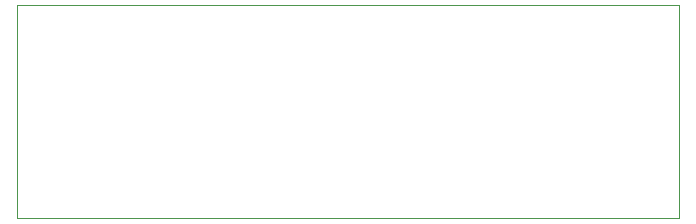
<source format=gbr>
G04 #@! TF.GenerationSoftware,KiCad,Pcbnew,(5.1.5)-3*
G04 #@! TF.CreationDate,2020-02-24T19:45:47-05:00*
G04 #@! TF.ProjectId,MiniiPS,4d696e69-6950-4532-9e6b-696361645f70,rev?*
G04 #@! TF.SameCoordinates,PX7641700PY5a995c0*
G04 #@! TF.FileFunction,Profile,NP*
%FSLAX46Y46*%
G04 Gerber Fmt 4.6, Leading zero omitted, Abs format (unit mm)*
G04 Created by KiCad (PCBNEW (5.1.5)-3) date 2020-02-24 19:45:47*
%MOMM*%
%LPD*%
G04 APERTURE LIST*
%ADD10C,0.100000*%
G04 APERTURE END LIST*
D10*
X56000000Y0D02*
X0Y0D01*
X56000000Y-18000000D02*
X56000000Y0D01*
X0Y-18000000D02*
X56000000Y-18000000D01*
X0Y0D02*
X0Y-18000000D01*
M02*

</source>
